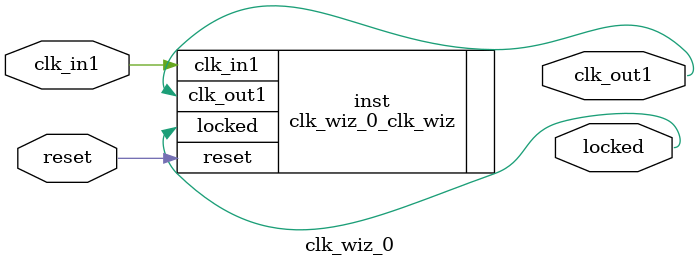
<source format=v>


`timescale 1ps/1ps

(* CORE_GENERATION_INFO = "clk_wiz_0,clk_wiz_v6_0_15_0_0,{component_name=clk_wiz_0,use_phase_alignment=true,use_min_o_jitter=false,use_max_i_jitter=false,use_dyn_phase_shift=false,use_inclk_switchover=false,use_dyn_reconfig=false,enable_axi=0,feedback_source=FDBK_AUTO,PRIMITIVE=MMCM,num_out_clk=1,clkin1_period=10.000,clkin2_period=10.000,use_power_down=false,use_reset=true,use_locked=true,use_inclk_stopped=false,feedback_type=SINGLE,CLOCK_MGR_TYPE=NA,manual_override=false}" *)

module clk_wiz_0 
 (
  // Clock out ports
  output        clk_out1,
  // Status and control signals
  input         reset,
  output        locked,
 // Clock in ports
  input         clk_in1
 );

  clk_wiz_0_clk_wiz inst
  (
  // Clock out ports  
  .clk_out1(clk_out1),
  // Status and control signals               
  .reset(reset), 
  .locked(locked),
 // Clock in ports
  .clk_in1(clk_in1)
  );

endmodule

</source>
